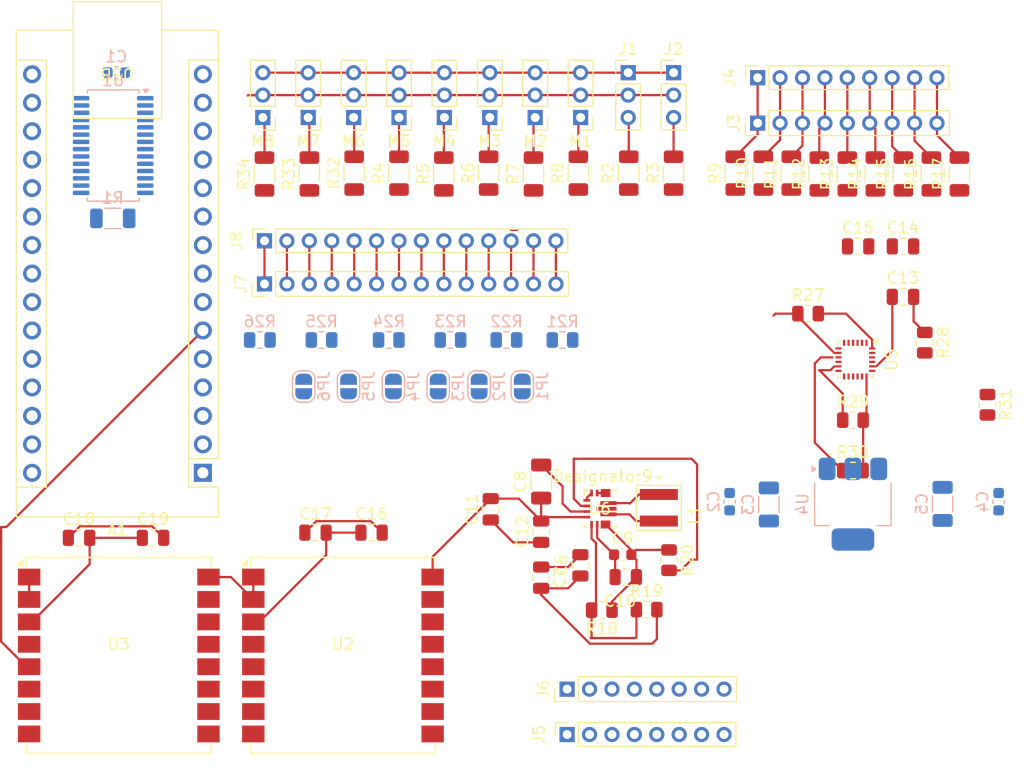
<source format=kicad_pcb>
(kicad_pcb (version 20241229) (generator "pcbnew") (generator_version "9.0")
  (layers (0 "F.Cu" signal) (2 "B.Cu" signal) (13 "F.Paste" user) (15 "B.Paste" user) (5 "F.SilkS" user "F.Silkscreen") (7 "B.SilkS" user "B.Silkscreen") (1 "F.Mask" user) (3 "B.Mask" user) (25 "Edge.Cuts" user))
  (net 0 "")
  (net 1 "D5")
  (net 2 "D2")
  (net 5 "D9")
  (net 6 "5V")
  (net 7 "D8")
  (net 8 "D6")
  (net 9 "AREF")
  (net 10 "A7")
  (net 11 "D7")
  (net 12 "D10")
  (net 13 "D1")
  (net 14 "GND")
  (net 15 "A2")
  (net 17 "D4")
  (net 18 "D12")
  (net 19 "A3")
  (net 20 "D0")
  (net 21 "A4")
  (net 22 "D11")
  (net 23 "D13")
  (net 24 "A1")
  (net 25 "A5")
  (net 26 "A0")
  (net 28 "A6")
  (net 29 "D3")
  (net 30 "3V3")
  (net 31 "VIN")
  (net 32 "Net-(U6-VAUX)")
  (net 33 "Net-(U5-REGOUT)")
  (net 34 "Net-(U2-VDD)")
  (net 35 "Net-(U3-VDD)")
  (net 36 "Net-(J1-Pin_3)")
  (net 37 "MVIN")
  (net 38 "Net-(J2-Pin_3)")
  (net 39 "Net-(J3-Pin_6)")
  (net 40 "Net-(J3-Pin_8)")
  (net 41 "Net-(J3-Pin_4)")
  (net 42 "Net-(J3-Pin_2)")
  (net 43 "Net-(J3-Pin_3)")
  (net 44 "Net-(J3-Pin_5)")
  (net 45 "Net-(J3-Pin_7)")
  (net 46 "Net-(J3-Pin_9)")
  (net 47 "Net-(J3-Pin_1)")
  (net 48 "Net-(JP1-B)")
  (net 49 "Net-(JP2-B)")
  (net 50 "Net-(JP3-B)")
  (net 51 "Net-(JP4-B)")
  (net 52 "Net-(JP5-B)")
  (net 53 "Net-(JP6-B)")
  (net 54 "Net-(U6-L2)")
  (net 55 "Net-(U6-L1)")
  (net 56 "Net-(M1-PWM)")
  (net 57 "Net-(M2-PWM)")
  (net 58 "Net-(M3-PWM)")
  (net 59 "Net-(M4-PWM)")
  (net 60 "Net-(M5-PWM)")
  (net 61 "Net-(M6-PWM)")
  (net 62 "Net-(M7-PWM)")
  (net 63 "Net-(M8-PWM)")
  (net 64 "Net-(U1-~{OE})")
  (net 65 "PWM 0")
  (net 66 "PWM 1")
  (net 67 "PWM 6")
  (net 68 "PWM 5")
  (net 69 "PWM 4")
  (net 70 "PWM 3")
  (net 71 "PWM 2")
  (net 72 "PWM 7")
  (net 73 "PWM 8")
  (net 74 "PWM 9")
  (net 75 "PWM 10")
  (net 76 "PWM 11")
  (net 77 "PWM 12")
  (net 78 "PWM 13")
  (net 79 "PWM 14")
  (net 80 "PWM 15")
  (net 81 "Net-(U6-FB)")
  (net 82 "Net-(U6-PG)")
  (net 83 "FSYNC")
  (net 84 "AD0")
  (net 85 "NCS")
  (net 89 "RSTL1")
  (net 90 "SSLR1")
  (net 95 "SSLR2")
  (net 97 "RSTL2")
  (net 100 "EDA")
  (net 101 "ECL")
  (footprint "Resistor_SMD:R_1206_3216Metric" (layer "F.Cu") (at 63 26.4975 90)
    (property "Reference" "R7")
    (property "Value" "220")
  )
  (footprint "Connector_PinHeader_2.00mm:PinHeader_1x03_P2.00mm_Vertical" (layer "F.Cu") (at 51 21.46 180)
    (property "Reference" "M5")
    (property "Value" "Motor_Servo")
  )
  (footprint "Resistor_SMD:R_1206_3216Metric" (layer "F.Cu") (at 96 26.4975 90)
    (property "Reference" "R15")
    (property "Value" "220")
  )
  (footprint "Resistor_SMD:R_1206_3216Metric" (layer "F.Cu") (at 51 26.4225 90)
    (property "Reference" "R4")
    (property "Value" "220")
  )
  (footprint "Resistor_SMD:R_1206_3216Metric" (layer "F.Cu") (at 39 26.4975 90)
    (property "Reference" "R34")
    (property "Value" "220")
  )
  (footprint "Connector_PinHeader_2.00mm:PinHeader_1x03_P2.00mm_Vertical" (layer "F.Cu") (at 71.45 17.46)
    (property "Reference" "J1")
    (property "Value" "RMotor")
  )
  (footprint "Resistor_SMD:R_0805_2012Metric" (layer "F.Cu") (at 103.5 47.0875 -90)
    (property "Reference" "R31")
    (property "Value" "10K")
  )
  (footprint "Resistor_SMD:R_1206_3216Metric" (layer "F.Cu") (at 98.5 26.4975 90)
    (property "Reference" "R16")
    (property "Value" "220")
  )
  (footprint "Capacitor_SMD:C_0805_2012Metric" (layer "F.Cu") (at 29.05 58.96)
    (property "Reference" "C19")
    (property "Value" "10uF")
  )
  (footprint "Connector_PinHeader_2.00mm:PinHeader_1x03_P2.00mm_Vertical" (layer "F.Cu") (at 75.5 17.46)
    (property "Reference" "J2")
    (property "Value" "LMotor")
  )
  (footprint "RF_Module:Ai-Thinker-Ra-01-LoRa" (layer "F.Cu") (at 26 69.46)
    (property "Reference" "U3")
    (property "Value" "Ai-Thinker-Ra-02")
  )
  (footprint "Resistor_SMD:R_0805_2012Metric" (layer "F.Cu") (at 87.5 38.96)
    (property "Reference" "R27")
    (property "Value" "10K")
  )
  (footprint "Resistor_SMD:R_1206_3216Metric" (layer "F.Cu") (at 43 26.4975 90)
    (property "Reference" "R33")
    (property "Value" "220")
  )
  (footprint "Capacitor_SMD:C_0805_2012Metric" (layer "F.Cu") (at 95.9625 32.96)
    (property "Reference" "C14")
    (property "Value" "100nF")
  )
  (footprint "XFL4020-152ME:IND_XFL4020-152MEC" (layer "F.Cu") (at 74.1825 56.28 -90)
    (property "Reference" "L1")
    (property "Value" "1.5 µH")
  )
  (footprint "Connector_PinHeader_2.00mm:PinHeader_1x03_P2.00mm_Vertical" (layer "F.Cu") (at 59.1 21.46 180)
    (property "Reference" "M3")
    (property "Value" "Motor_Servo")
  )
  (footprint "Resistor_SMD:R_1206_3216Metric" (layer "F.Cu") (at 91 26.4975 90)
    (property "Reference" "R13")
    (property "Value" "220")
  )
  (footprint "Connector_PinHeader_2.00mm:PinHeader_1x03_P2.00mm_Vertical" (layer "F.Cu") (at 46.95 21.46 180)
    (property "Reference" "M6")
    (property "Value" "Motor_Servo")
  )
  (footprint "Resistor_SMD:R_0805_2012Metric" (layer "F.Cu") (at 91.5 52.96)
    (property "Reference" "R30")
    (property "Value" "10K")
  )
  (footprint "Connector_PinHeader_2.00mm:PinHeader_1x14_P2.00mm_Vertical" (layer "F.Cu") (at 39 36.31 90)
    (property "Reference" "J7")
    (property "Value" "~")
  )
  (footprint "Resistor_SMD:R_1206_3216Metric" (layer "F.Cu") (at 47 26.4225 90)
    (property "Reference" "R32")
    (property "Value" "220")
  )
  (footprint "Connector_PinHeader_2.00mm:PinHeader_1x03_P2.00mm_Vertical" (layer "F.Cu") (at 67.2 21.46 180)
    (property "Reference" "M1")
    (property "Value" "Motor_Servo")
  )
  (footprint "Module:Arduino_Nano" (layer "F.Cu") (at 33.5 53.16 180)
    (property "Reference" "A1")
    (property "Value" "Arduino_Nano_v3.x")
  )
  (footprint "TPS63070RNMR:RNM0015A" (layer "F.Cu") (at 68.907501 56.365)
    (property "Reference" "U6")
    (property "Value" "TPS63070RNMR")
  )
  (footprint "Capacitor_SMD:C_0805_2012Metric" (layer "F.Cu") (at 43.55 58.5)
    (property "Reference" "C17")
    (property "Value" "100uF")
  )
  (footprint "Capacitor_SMD:C_1206_3216Metric" (layer "F.Cu") (at 63.6825 53.94 90)
    (property "Reference" "C8")
    (property "Value" "100 nF")
  )
  (footprint "Resistor_SMD:R_0805_2012Metric" (layer "F.Cu") (at 69.095 65.415 180)
    (property "Reference" "R18")
    (property "Value" "680 kΩ")
  )
  (footprint "Connector_PinHeader_2.00mm:PinHeader_1x03_P2.00mm_Vertical" (layer "F.Cu") (at 42.9 21.46 180)
    (property "Reference" "M7")
    (property "Value" "Motor_Servo")
  )
  (footprint "Capacitor_SMD:C_0805_2012Metric" (layer "F.Cu") (at 95.9625 37.46)
    (property "Reference" "C13")
    (property "Value" "10nF")
  )
  (footprint "Resistor_SMD:R_0805_2012Metric" (layer "F.Cu") (at 73.095 65.365)
    (property "Reference" "R19")
    (property "Value" "130 kΩ")
  )
  (footprint "Resistor_SMD:R_1206_3216Metric" (layer "F.Cu") (at 71.5 26.4225 90)
    (property "Reference" "R2")
    (property "Value" "220")
  )
  (footprint "Resistor_SMD:R_0805_2012Metric" (layer "F.Cu") (at 91.5 48.46)
    (property "Reference" "R29")
    (property "Value" "10K")
  )
  (footprint "Connector_PinSocket_2.00mm:PinSocket_1x14_P2.00mm_Vertical" (layer "F.Cu") (at 39 32.46 90)
    (property "Reference" "J8")
    (property "Value" "~")
  )
  (footprint "Capacitor_SMD:C_0603_1608Metric" (layer "F.Cu") (at 70.9575 60.465)
    (property "Reference" "C9")
    (property "Value" "10 µF")
  )
  (footprint "Capacitor_SMD:C_0805_2012Metric" (layer "F.Cu") (at 63.6825 58.415 90)
    (property "Reference" "C12")
    (property "Value" "22 µF")
  )
  (footprint "Resistor_SMD:R_0805_2012Metric" (layer "F.Cu") (at 97.9125 41.5475 -90)
    (property "Reference" "R28")
    (property "Value" "10K")
  )
  (footprint "Capacitor_SMD:C_0805_2012Metric" (layer "F.Cu") (at 63.6825 62.515 -90)
    (property "Reference" "C7")
    (property "Value" "10 µF")
  )
  (footprint "Resistor_SMD:R_1206_3216Metric" (layer "F.Cu") (at 67 26.4225 90)
    (property "Reference" "R8")
    (property "Value" "220")
  )
  (footprint "Resistor_SMD:R_1206_3216Metric" (layer "F.Cu") (at 93.5 26.4975 90)
    (property "Reference" "R14")
    (property "Value" "220")
  )
  (footprint "Connector_PinSocket_2.00mm:PinSocket_1x08_P2.00mm_Vertical" (layer "F.Cu") (at 66 76.51 90)
    (property "Reference" "J5")
    (property "Value" "~")
  )
  (footprint "Resistor_SMD:R_1206_3216Metric" (layer "F.Cu") (at 88.5 26.4975 90)
    (property "Reference" "R12")
    (property "Value" "220")
  )
  (footprint "Connector_PinHeader_2.00mm:PinHeader_1x03_P2.00mm_Vertical" (layer "F.Cu") (at 38.85 21.46 180)
    (property "Reference" "M8")
    (property "Value" "Motor_Servo")
  )
  (footprint "Capacitor_SMD:C_0805_2012Metric" (layer "F.Cu") (at 91.9625 32.96)
    (property "Reference" "C15")
    (property "Value" "100nF")
  )
  (footprint "Capacitor_SMD:C_0805_2012Metric" (layer "F.Cu") (at 48.55 58.5)
    (property "Reference" "C16")
    (property "Value" "10uF")
  )
  (footprint "Capacitor_SMD:C_0805_2012Metric" (layer "F.Cu") (at 22.45 58.96)
    (property "Reference" "C18")
    (property "Value" "100uF")
  )
  (footprint "RF_Module:Ai-Thinker-Ra-01-LoRa" (layer "F.Cu") (at 46 69.46)
    (property "Reference" "U2")
    (property "Value" "Ai-Thinker-Ra-02")
  )
  (footprint "Sensor_Motion:InvenSense_QFN-24_3x3mm_P0.4mm" (layer "F.Cu") (at 91.7125 43.0625 -90)
    (property "Reference" "U5")
    (property "Value" "MPU-9250")
  )
  (footprint "Capacitor_SMD:C_0805_2012Metric" (layer "F.Cu") (at 67.1825 61.415 90)
    (property "Reference" "C6")
    (property "Value" "10 µF")
  )
  (footprint "Connector_PinSocket_2.00mm:PinSocket_1x09_P2.00mm_Vertical" (layer "F.Cu") (at 83 17.91 90)
    (property "Reference" "J4")
    (property "Value" "J4")
  )
  (footprint "Resistor_SMD:R_0805_2012Metric" (layer "F.Cu") (at 75.095 60.9525 -90)
    (property "Reference" "R20")
    (property "Value" "100 kΩ")
  )
  (footprint "Connector_PinHeader_2.00mm:PinHeader_1x03_P2.00mm_Vertical" (layer "F.Cu") (at 63.15 21.46 180)
    (property "Reference" "M2")
    (property "Value" "Motor_Servo")
  )
  (footprint "Connector_PinHeader_2.00mm:PinHeader_1x08_P2.00mm_Vertical" (layer "F.Cu") (at 66 72.46 90)
    (property "Reference" "J6")
    (property "Value" "~")
  )
  (footprint "Resistor_SMD:R_1206_3216Metric" (layer "F.Cu") (at 81 26.4225 90)
    (property "Reference" "R9")
    (property "Value" "220")
  )
  (footprint "Capacitor_SMD:C_0805_2012Metric" (layer "F.Cu") (at 59.1825 56.415 90)
    (property "Reference" "C11")
    (property "Value" "22 µF")
  )
  (footprint "Resistor_SMD:R_1206_3216Metric" (layer "F.Cu") (at 59 26.4225 90)
    (property "Reference" "R6")
    (property "Value" "220")
  )
  (footprint "Resistor_SMD:R_1206_3216Metric" (layer "F.Cu") (at 75.5 26.4225 90)
    (property "Reference" "R3")
    (property "Value" "220")
  )
  (footprint "Resistor_SMD:R_1206_3216Metric" (layer "F.Cu") (at 86 26.4225 90)
    (property "Reference" "R11")
    (property "Value" "220")
  )
  (footprint "Connector_PinHeader_2.00mm:PinHeader_1x09_P2.00mm_Vertical" (layer "F.Cu") (at 83 21.96 90)
    (property "Reference" "J3")
    (property "Value" "J3")
  )
  (footprint "Resistor_SMD:R_1206_3216Metric" (layer "F.Cu") (at 55 26.4975 90)
    (property "Reference" "R5")
    (property "Value" "220")
  )
  (footprint "Capacitor_SMD:C_0805_2012Metric" (layer "F.Cu") (at 71.2325 62.465 180)
    (property "Reference" "C10")
    (property "Value" "22 µF")
  )
  (footprint "Resistor_SMD:R_1206_3216Metric" (layer "F.Cu") (at 83.5 26.4225 90)
    (property "Reference" "R10")
    (property "Value" "220")
  )
  (footprint "Resistor_SMD:R_1206_3216Metric" (layer "F.Cu") (at 101 26.4975 90)
    (property "Reference" "R17")
    (property "Value" "220")
  )
  (footprint "Connector_PinHeader_2.00mm:PinHeader_1x03_P2.00mm_Vertical" (layer "F.Cu") (at 55.05 21.46 180)
    (property "Reference" "M4")
    (property "Value" "Motor_Servo")
  )
  (footprint "Capacitor_SMD:C_0603_1608Metric" (layer "B.Cu") (at 25.775 17.46 180)
    (property "Reference" "C1")
    (property "Value" "10uF")
  )
  (footprint "Resistor_SMD:R_0805_2012Metric" (layer "B.Cu") (at 60.5875 41.31 180)
    (property "Reference" "R22")
    (property "Value" "10 kΩ")
  )
  (footprint "Capacitor_SMD:C_1206_3216Metric" (layer "B.Cu") (at 99.5 55.935 -90)
    (property "Reference" "C5")
    (property "Value" "100nF")
  )
  (footprint "Jumper:SolderJumper-2_P1.3mm_Open_RoundedPad1.0x1.5mm" (layer "B.Cu") (at 46.5 45.46 90)
    (property "Reference" "JP5")
    (property "Value" "~")
  )
  (footprint "Capacitor_SMD:C_0603_1608Metric" (layer "B.Cu") (at 104.5 55.735 -90)
    (property "Reference" "C4")
    (property "Value" "10uF")
  )
  (footprint "Resistor_SMD:R_1206_3216Metric" (layer "B.Cu") (at 25.4625 30.46 180)
    (property "Reference" "R1")
    (property "Value" "10K")
  )
  (footprint "Jumper:SolderJumper-2_P1.3mm_Open_RoundedPad1.0x1.5mm" (layer "B.Cu") (at 54.5 45.46 90)
    (property "Reference" "JP3")
    (property "Value" "~")
  )
  (footprint "Jumper:SolderJumper-2_P1.3mm_Open_RoundedPad1.0x1.5mm" (layer "B.Cu") (at 50.5 45.46 90)
    (property "Reference" "JP4")
    (property "Value" "~")
  )
  (footprint "Jumper:SolderJumper-2_P1.3mm_Open_RoundedPad1.0x1.5mm" (layer "B.Cu") (at 42.5 45.46 90)
    (property "Reference" "JP6")
    (property "Value" "~")
  )
  (footprint "Capacitor_SMD:C_1206_3216Metric" (layer "B.Cu") (at 84 55.985 -90)
    (property "Reference" "C3")
    (property "Value" "100nF")
  )
  (footprint "Resistor_SMD:R_0805_2012Metric" (layer "B.Cu") (at 44.0875 41.31 180)
    (property "Reference" "R25")
    (property "Value" "10 kΩ")
  )
  (footprint "Jumper:SolderJumper-2_P1.3mm_Open_RoundedPad1.0x1.5mm" (layer "B.Cu") (at 58.15 45.46 90)
    (property "Reference" "JP2")
    (property "Value" "~")
  )
  (footprint "Package_SO:TSSOP-28_4.4x9.7mm_P0.65mm" (layer "B.Cu") (at 25.5 23.96 180)
    (property "Reference" "U1")
    (property "Value" "PCA9685PW")
  )
  (footprint "Capacitor_SMD:C_0603_1608Metric" (layer "B.Cu") (at 80.5 55.735 -90)
    (property "Reference" "C2")
    (property "Value" "10uF")
  )
  (footprint "Package_TO_SOT_SMD:SOT-223-3_TabPin2" (layer "B.Cu") (at 91.5 55.96 -90)
    (property "Reference" "U4")
    (property "Value" "AMS1117-3.3")
  )
  (footprint "Resistor_SMD:R_0805_2012Metric" (layer "B.Cu") (at 38.5875 41.31 180)
    (property "Reference" "R26")
    (property "Value" "10 kΩ")
  )
  (footprint "Resistor_SMD:R_0805_2012Metric" (layer "B.Cu") (at 50.0875 41.31 180)
    (property "Reference" "R24")
    (property "Value" "10 kΩ")
  )
  (footprint "Resistor_SMD:R_0805_2012Metric" (layer "B.Cu") (at 65.5875 41.31 180)
    (property "Reference" "R21")
    (property "Value" "10 kΩ")
  )
  (footprint "Resistor_SMD:R_0805_2012Metric" (layer "B.Cu") (at 55.5875 41.31 180)
    (property "Reference" "R23")
    (property "Value" "10 kΩ")
  )
  (footprint "Jumper:SolderJumper-2_P1.3mm_Open_RoundedPad1.0x1.5mm" (layer "B.Cu") (at 62 45.46 90)
    (property "Reference" "JP1")
    (property "Value" "~")
  )
  (segment (start 61.484 31.484) (end 61 31.484) (width 0.2) (layer "F.Cu") (net 0))
  (segment (start 61.5 31.5) (end 61.484 31.484) (width 0.2) (layer "F.Cu") (net 0))
  (segment (start 49 32.46) (end 49 36.31) (width 0.2) (layer "F.Cu") (net 1))
  (segment (start 43 32.46) (end 43 36.31) (width 0.2) (layer "F.Cu") (net 2))
  (segment (start 57 32.46) (end 57 36.31) (width 0.2) (layer "F.Cu") (net 5))
  (segment (start 70.0075 64.64) (end 72.1825 62.465) (width 0.2) (layer "F.Cu") (net 6))
  (segment (start 72.1825 62.465) (end 72.1825 60.915) (width 0.2) (layer "F.Cu") (net 6))
  (segment (start 71.7325 60.064999) (end 69.432501 57.765) (width 0.2) (layer "F.Cu") (net 6))
  (segment (start 75.095 60.04) (end 72.1575 60.04) (width 0.2) (layer "F.Cu") (net 6))
  (segment (start 70.0075 65.415) (end 70.0075 64.64) (width 0.2) (layer "F.Cu") (net 6))
  (segment (start 61.1825 59.365) (end 59.1825 57.365) (width 0.2) (layer "F.Cu") (net 6))
  (segment (start 63.6825 59.365) (end 61.1825 59.365) (width 0.2) (layer "F.Cu") (net 6))
  (segment (start 72.1575 60.04) (end 71.7325 60.465) (width 0.2) (layer "F.Cu") (net 6))
  (segment (start 71.7325 60.465) (end 71.7325 60.064999) (width 0.2) (layer "F.Cu") (net 6))
  (segment (start 72.1825 60.915) (end 71.7325 60.465) (width 0.2) (layer "F.Cu") (net 6))
  (segment (start 55 32.46) (end 55 36.31) (width 0.2) (layer "F.Cu") (net 7))
  (segment (start 51 32.46) (end 51 36.31) (width 0.2) (layer "F.Cu") (net 8))
  (segment (start 53 32.46) (end 53 36.31) (width 0.2) (layer "F.Cu") (net 11))
  (segment (start 59 32.46) (end 59 36.31) (width 0.2) (layer "F.Cu") (net 12))
  (segment (start 41 32.46) (end 41 36.31) (width 0.2) (layer "F.Cu") (net 13))
  (segment (start 38 64.46) (end 36 62.46) (width 0.2) (layer "F.Cu") (net 14))
  (segment (start 67.757501 55.39) (end 68.182501 54.965) (width 0.2) (layer "F.Cu") (net 14))
  (segment (start 70.2825 62.465) (end 70.2825 60.565) (width 0.2) (layer "F.Cu") (net 14))
  (segment (start 92.7125 48.16) (end 92.7125 44.5625) (width 0.2) (layer "F.Cu") (net 14))
  (segment (start 61.6825 55.465) (end 63.6825 57.465) (width 0.2) (layer "F.Cu") (net 14))
  (segment (start 54 60.6475) (end 59.1825 55.465) (width 0.2) (layer "F.Cu") (net 14))
  (segment (start 63.6825 63.465) (end 66.0825 63.465) (width 0.2) (layer "F.Cu") (net 14))
  (segment (start 38.85 17.46) (end 75.5 17.46) (width 0.2) (layer "F.Cu") (net 14))
  (segment (start 63.6825 64.0596) (end 63.6825 63.465) (width 0.2) (layer "F.Cu") (net 14))
  (segment (start 95.0125 37.46) (end 95.0125 42.235274) (width 0.2) (layer "F.Cu") (net 14))
  (segment (start 73.595 68.405) (end 68.0279 68.405) (width 0.2) (layer "F.Cu") (net 14))
  (segment (start 74.0075 67.9925) (end 73.595 68.405) (width 0.2) (layer "F.Cu") (net 14))
  (segment (start 92.4125 52.96) (end 92.4125 48.46) (width 0.2) (layer "F.Cu") (net 14))
  (segment (start 66.0825 63.465) (end 67.1825 62.365) (width 0.2) (layer "F.Cu") (net 14))
  (segment (start 68.6825 58.965) (end 68.6825 57.765) (width 0.2) (layer "F.Cu") (net 14))
  (segment (start 67.757501 55.614999) (end 67.757501 55.39) (width 0.2) (layer "F.Cu") (net 14))
  (segment (start 70.1825 60.465) (end 68.6825 58.965) (width 0.2) (layer "F.Cu") (net 14))
  (segment (start 36 62.46) (end 34 62.46) (width 0.2) (layer "F.Cu") (net 14))
  (segment (start 18 62.46) (end 18 64.46) (width 0.2) (layer "F.Cu") (net 14))
  (segment (start 59.1825 55.465) (end 61.6825 55.465) (width 0.2) (layer "F.Cu") (net 14))
  (segment (start 54 62.46) (end 54 60.6475) (width 0.2) (layer "F.Cu") (net 14))
  (segment (start 92.4125 48.46) (end 92.7125 48.16) (width 0.2) (layer "F.Cu") (net 14))
  (segment (start 70.2825 60.565) (end 70.1825 60.465) (width 0.2) (layer "F.Cu") (net 14))
  (segment (start 64.032502 57.114998) (end 63.6825 57.465) (width 0.2) (layer "F.Cu") (net 14))
  (segment (start 74.0075 65.365) (end 74.0075 67.9925) (width 0.2) (layer "F.Cu") (net 14))
  (segment (start 68.0279 68.405) (end 63.6825 64.0596) (width 0.2) (layer "F.Cu") (net 14))
  (segment (start 63.6825 55.415) (end 63.6825 57.465) (width 0.2) (layer "F.Cu") (net 14))
  (segment (start 95.0125 42.235274) (end 93.584274 43.6635) (width 0.2) (layer "F.Cu") (net 14))
  (segment (start 38 62.46) (end 38 64.46) (width 0.2) (layer "F.Cu") (net 14))
  (segment (start 67.757501 57.114998) (end 64.032502 57.114998) (width 0.2) (layer "F.Cu") (net 14))
  (segment (start 47 32.46) (end 47 36.31) (width 0.2) (layer "F.Cu") (net 17))
  (segment (start 63 32.46) (end 63 36.31) (width 0.2) (layer "F.Cu") (net 18))
  (segment (start 39 32.46) (end 39 36.31) (width 0.2) (layer "F.Cu") (net 20))
  (segment (start 88.4125 38.96) (end 90.882774 38.96) (width 0.2) (layer "F.Cu") (net 21))
  (segment (start 90.882774 38.96) (end 93.2125 41.289726) (width 0.2) (layer "F.Cu") (net 21))
  (segment (start 93.2125 41.289726) (end 93.2125 42.0625) (width 0.2) (layer "F.Cu") (net 21))
  (segment (start 61 32.46) (end 61 36.31) (width 0.2) (layer "F.Cu") (net 22))
  (segment (start 65 32.46) (end 65 36.31) (width 0.2) (layer "F.Cu") (net 23))
  (segment (start 15.96 58) (end 33.5 40.46) (width 0.2) (layer "F.Cu") (net 29))
  (segment (start 45 32.46) (end 45 36.31) (width 0.2) (layer "F.Cu") (net 29))
  (segment (start 15.5 58) (end 15.96 58) (width 0.2) (layer "F.Cu") (net 29))
  (segment (start 18 70.46) (end 18.25 70.46) (width 0.2) (layer "F.Cu") (net 29))
  (segment (start 15.5 68.21) (end 15.5 58) (width 0.2) (layer "F.Cu") (net 29))
  (segment (start 18 70.46) (end 17.75 70.46) (width 0.2) (layer "F.Cu") (net 29))
  (segment (start 17.75 70.46) (end 15.5 68.21) (width 0.2) (layer "F.Cu") (net 29))
  (segment (start 96.9125 39.635) (end 97.9125 40.635) (width 0.2) (layer "F.Cu") (net 30))
  (segment (start 42.6 58.5) (end 43.626 57.474) (width 0.2) (layer "F.Cu") (net 30))
  (segment (start 86.5875 38.96) (end 86.5875 39.210274) (width 0.2) (layer "F.Cu") (net 30))
  (segment (start 84.5875 38.96) (end 84.4125 39.135) (width 0.2) (layer "F.Cu") (net 30))
  (segment (start 86.5875 38.96) (end 84.5875 38.96) (width 0.2) (layer "F.Cu") (net 30))
  (segment (start 30 58.96) (end 28.974 57.934) (width 0.2) (layer "F.Cu") (net 30))
  (segment (start 22.526 57.934) (end 21.5 58.96) (width 0.2) (layer "F.Cu") (net 30))
  (segment (start 28.974 57.934) (end 22.526 57.934) (width 0.2) (layer "F.Cu") (net 30))
  (segment (start 48.474 57.474) (end 49.5 58.5) (width 0.2) (layer "F.Cu") (net 30))
  (segment (start 43.626 57.474) (end 48.474 57.474) (width 0.2) (layer "F.Cu") (net 30))
  (segment (start 86.5875 39.210274) (end 89.840726 42.4635) (width 0.2) (layer "F.Cu") (net 30))
  (segment (start 96.9125 37.46) (end 96.9125 39.635) (width 0.2) (layer "F.Cu") (net 30))
  (segment (start 63.6825 61.565) (end 66.0825 61.565) (width 0.2) (layer "F.Cu") (net 31))
  (segment (start 66.0825 61.565) (end 67.1825 60.465) (width 0.2) (layer "F.Cu") (net 31))
  (segment (start 68.6825 54.965) (end 69.432501 54.965) (width 0.2) (layer "F.Cu") (net 31))
  (segment (start 65.595 54.3775) (end 65.595 55.905) (width 0.2) (layer "F.Cu") (net 32))
  (segment (start 63.6825 52.465) (end 65.595 54.3775) (width 0.2) (layer "F.Cu") (net 32))
  (segment (start 65.595 55.905) (end 66.305 56.615) (width 0.2) (layer "F.Cu") (net 32))
  (segment (start 66.305 56.615) (end 67.757501 56.615) (width 0.2) (layer "F.Cu") (net 32))
  (segment (start 44.5 58.5) (end 47.6 58.5) (width 0.2) (layer "F.Cu") (net 34))
  (segment (start 38 66.46) (end 38.54 66.46) (width 0.2) (layer "F.Cu") (net 34))
  (segment (start 38.54 66.46) (end 44.5 60.5) (width 0.2) (layer "F.Cu") (net 34))
  (segment (start 44.5 60.5) (end 44.5 58.5) (width 0.2) (layer "F.Cu") (net 34))
  (segment (start 18.25 66.46) (end 23.4 61.31) (width 0.2) (layer "F.Cu") (net 35))
  (segment (start 28.1 58.96) (end 23.4 58.96) (width 0.2) (layer "F.Cu") (net 35))
  (segment (start 23.4 61.31) (end 23.4 58.96) (width 0.2) (layer "F.Cu") (net 35))
  (segment (start 18 66.46) (end 18.25 66.46) (width 0.2) (layer "F.Cu") (net 35))
  (segment (start 71.5 24.96) (end 71.5 21.51) (width 0.2) (layer "F.Cu") (net 36))
  (segment (start 71.5 21.51) (end 71.45 21.46) (width 0.2) (layer "F.Cu") (net 36))
  (segment (start 37.54 19.46) (end 38.85 19.46) (width 0.2) (layer "F.Cu") (net 37))
  (segment (start 37.54 19.46) (end 37.5 19.5) (width 0.2) (layer "F.Cu") (net 37))
  (segment (start 75.5 19.46) (end 37.54 19.46) (width 0.2) (layer "F.Cu") (net 37))
  (segment (start 75.5 24.96) (end 75.5 21.46) (width 0.2) (layer "F.Cu") (net 38))
  (segment (start 93.5 22.46) (end 93 21.96) (width 0.2) (layer "F.Cu") (net 39))
  (segment (start 93.5 25.035) (end 93.5 22.46) (width 0.2) (layer "F.Cu") (net 39))
  (segment (start 93 17.91) (end 93 21.96) (width 0.2) (layer "F.Cu") (net 39))
  (segment (start 97 17.91) (end 97 21.96) (width 0.2) (layer "F.Cu") (net 40))
  (segment (start 98.5 25.035) (end 97 23.535) (width 0.2) (layer "F.Cu") (net 40))
  (segment (start 97 23.535) (end 97 21.96) (width 0.2) (layer "F.Cu") (net 40))
  (segment (start 88.5 25.035) (end 88.5 22.46) (width 0.2) (layer "F.Cu") (net 41))
  (segment (start 88.5 22.46) (end 89 21.96) (width 0.2) (layer "F.Cu") (net 41))
  (segment (start 89 17.91) (end 89 21.96) (width 0.2) (layer "F.Cu") (net 41))
  (segment (start 85 17.91) (end 85 21.96) (width 0.2) (layer "F.Cu") (net 42))
  (segment (start 83.5 24.96) (end 85 23.46) (width 0.2) (layer "F.Cu") (net 42))
  (segment (start 85 23.46) (end 85 21.96) (width 0.2) (layer "F.Cu") (net 42))
  (segment (start 87 23.96) (end 87 21.96) (width 0.2) (layer "F.Cu") (net 43))
  (segment (start 86 24.96) (end 87 23.96) (width 0.2) (layer "F.Cu") (net 43))
  (segment (start 87 17.91) (end 87 21.96) (width 0.2) (layer "F.Cu") (net 43))
  (segment (start 91 17.91) (end 91 21.96) (width 0.2) (layer "F.Cu") (net 44))
  (segment (start 91 25.035) (end 91 21.96) (width 0.2) (layer "F.Cu") (net 44))
  (segment (start 95 24.035) (end 95 21.96) (width 0.2) (layer "F.Cu") (net 45))
  (segment (start 95 17.91) (end 95 21.96) (width 0.2) (layer "F.Cu") (net 45))
  (segment (start 96 25.035) (end 95 24.035) (width 0.2) (layer "F.Cu") (net 45))
  (segment (start 99 17.91) (end 99 21.96) (width 0.2) (layer "F.Cu") (net 46))
  (segment (start 99 23.035) (end 99 21.96) (width 0.2) (layer "F.Cu") (net 46))
  (segment (start 101 25.035) (end 99 23.035) (width 0.2) (layer "F.Cu") (net 46))
  (segment (start 83 22.96) (end 83 21.96) (width 0.2) (layer "F.Cu") (net 47))
  (segment (start 83 17.91) (end 83 21.96) (width 0.2) (layer "F.Cu") (net 47))
  (segment (start 81 24.96) (end 83 22.96) (width 0.2) (layer "F.Cu") (net 47))
  (segment (start 74.1825 57.465) (end 72.155 57.465) (width 0.2) (layer "F.Cu") (net 54))
  (segment (start 71.554999 56.864999) (end 69.682501 56.864999) (width 0.2) (layer "F.Cu") (net 54))
  (segment (start 72.155 57.465) (end 71.554999 56.864999) (width 0.2) (layer "F.Cu") (net 54))
  (segment (start 72.405 55.095) (end 71.595 55.905) (width 0.2) (layer "F.Cu") (net 55))
  (segment (start 71.555001 55.865001) (end 69.682501 55.865001) (width 0.2) (layer "F.Cu") (net 55))
  (segment (start 74.1825 55.095) (end 72.405 55.095) (width 0.2) (layer "F.Cu") (net 55))
  (segment (start 71.595 55.905) (end 71.555001 55.865001) (width 0.2) (layer "F.Cu") (net 55))
  (segment (start 67 24.96) (end 67 21.66) (width 0.2) (layer "F.Cu") (net 56))
  (segment (start 67 21.66) (end 67.2 21.46) (width 0.2) (layer "F.Cu") (net 56))
  (segment (start 63 21.61) (end 63.15 21.46) (width 0.2) (layer "F.Cu") (net 57))
  (segment (start 63 25.035) (end 63 21.61) (width 0.2) (layer "F.Cu") (net 57))
  (segment (start 59 24.96) (end 59 21.56) (width 0.2) (layer "F.Cu") (net 58))
  (segment (start 59 21.56) (end 59.1 21.46) (width 0.2) (layer "F.Cu") (net 58))
  (segment (start 55 25.035) (end 55 21.51) (width 0.2) (layer "F.Cu") (net 59))
  (segment (start 55 21.51) (end 55.05 21.46) (width 0.2) (layer "F.Cu") (net 59))
  (segment (start 51 24.96) (end 51 21.46) (width 0.2) (layer "F.Cu") (net 60))
  (segment (start 47 24.96) (end 47 21.51) (width 0.2) (layer "F.Cu") (net 61))
  (segment (start 47 21.51) (end 46.95 21.46) (width 0.2) (layer "F.Cu") (net 61))
  (segment (start 43 21.56) (end 42.9 21.46) (width 0.2) (layer "F.Cu") (net 62))
  (segment (start 43 25.035) (end 43 21.56) (width 0.2) (layer "F.Cu") (net 62))
  (segment (start 39 21.61) (end 38.85 21.46) (width 0.2) (layer "F.Cu") (net 63))
  (segment (start 39 25.035) (end 39 21.61) (width 0.2) (layer "F.Cu") (net 63))
  (segment (start 68.095 67.905) (end 68.1825 67.8175) (width 0.2) (layer "F.Cu") (net 81))
  (segment (start 72.1825 65.365) (end 72.1825 67.8175) (width 0.2) (layer "F.Cu") (net 81))
  (segment (start 68.1825 67.8175) (end 68.1825 65.415) (width 0.2) (layer "F.Cu") (net 81))
  (segment (start 72.1825 67.8175) (end 72.095 67.905) (width 0.2) (layer "F.Cu") (net 81))
  (segment (start 68.182501 59.032101) (end 68.5752 59.4248) (width 0.2) (layer "F.Cu") (net 81))
  (segment (start 68.182501 57.765) (end 68.182501 59.032101) (width 0.2) (layer "F.Cu") (net 81))
  (segment (start 72.095 67.905) (end 68.095 67.905) (width 0.2) (layer "F.Cu") (net 81))
  (segment (start 68.5752 65.0223) (end 68.1825 65.415) (width 0.2) (layer "F.Cu") (net 81))
  (segment (start 68.5752 59.4248) (end 68.5752 65.0223) (width 0.2) (layer "F.Cu") (net 81))
  (segment (start 67.757501 56.114998) (end 67.235501 56.114998) (width 0.2) (layer "F.Cu") (net 82))
  (segment (start 77.095 60.905) (end 76.135 61.865) (width 0.2) (layer "F.Cu") (net 82))
  (segment (start 77.095 51.905) (end 77.595 52.405) (width 0.2) (layer "F.Cu") (net 82))
  (segment (start 66.595 55.474497) (end 66.595 51.905) (width 0.2) (layer "F.Cu") (net 82))
  (segment (start 77.595 52.405) (end 77.595 60.905) (width 0.2) (layer "F.Cu") (net 82))
  (segment (start 67.235501 56.114998) (end 66.595 55.474497) (width 0.2) (layer "F.Cu") (net 82))
  (segment (start 77.595 60.905) (end 77.095 60.905) (width 0.2) (layer "F.Cu") (net 82))
  (segment (start 66.595 51.905) (end 77.095 51.905) (width 0.2) (layer "F.Cu") (net 82))
  (segment (start 76.135 61.865) (end 75.095 61.865) (width 0.2) (layer "F.Cu") (net 82))
  (segment (start 88.5 44) (end 89.502226 44) (width 0.2) (layer "F.Cu") (net 83))
  (segment (start 89.502226 44) (end 89.840726 43.6615) (width 0.2) (layer "F.Cu") (net 83))
  (segment (start 90.5875 48.46) (end 90.5875 46.0875) (width 0.2) (layer "F.Cu") (net 83))
  (segment (start 90.5875 46.0875) (end 88.5 44) (width 0.2) (layer "F.Cu") (net 83))
  (segment (start 88.099 50.4715) (end 88.099 43.401) (width 0.2) (layer "F.Cu") (net 84))
  (segment (start 88.099 43.401) (end 88.6375 42.8625) (width 0.2) (layer "F.Cu") (net 84))
  (segment (start 88.6375 42.8625) (end 89.672626 42.8625) (width 0.2) (layer "F.Cu") (net 84))
  (segment (start 90.5875 52.96) (end 88.099 50.4715) (width 0.2) (layer "F.Cu") (net 84))
)
</source>
